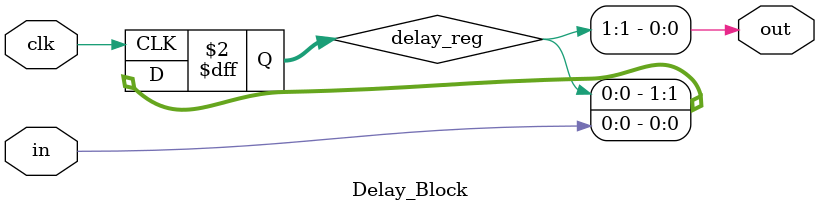
<source format=v>
module Delay_Block (
  input in,
  output out,
  input clk // Clock signal
);

parameter delay = 2; // Amount of delay in number of clock cycles.

reg [delay-1:0] delay_reg; // Register to hold input signal for delay cycles

always @(posedge clk) begin
  delay_reg <= {delay_reg[delay-2:0], in}; // Shift input signal into register
end

assign out = delay_reg[delay-1]; // Output delayed signal

endmodule
</source>
